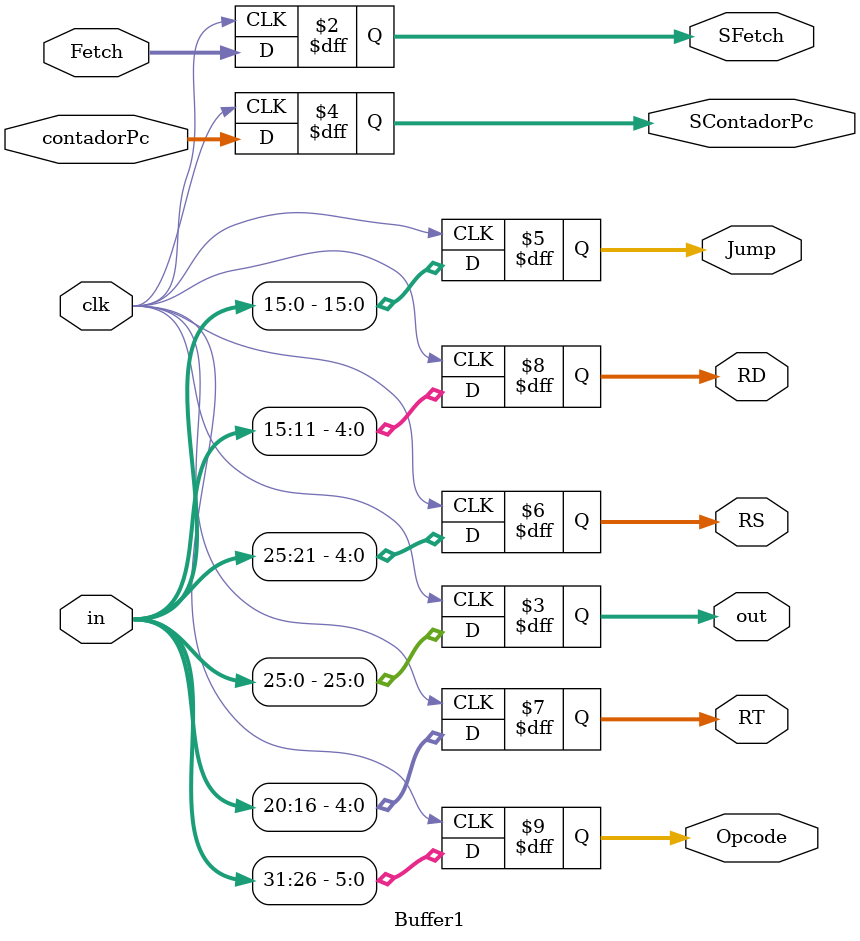
<source format=v>

module Buffer1(
	input [31:0]in,Fetch,contadorPc,
	input clk,
	output reg[31:0]SFetch,
	output reg[25:0]out,
	output reg[31:0]SContadorPc,
	output reg[15:0]Jump,
	output reg[4:0]RS,RT,RD,
	output reg[5:0]Opcode
);

always @(posedge clk)
	begin
		SFetch = Fetch;
		Opcode = in[31:26];
		RS = in[25:21];
		RT = in[20:16];
		RD = in[15:11];
		Jump = in[15:0];
		out = in[25:0];
		SContadorPc = contadorPc;
		
	end

endmodule 
</source>
